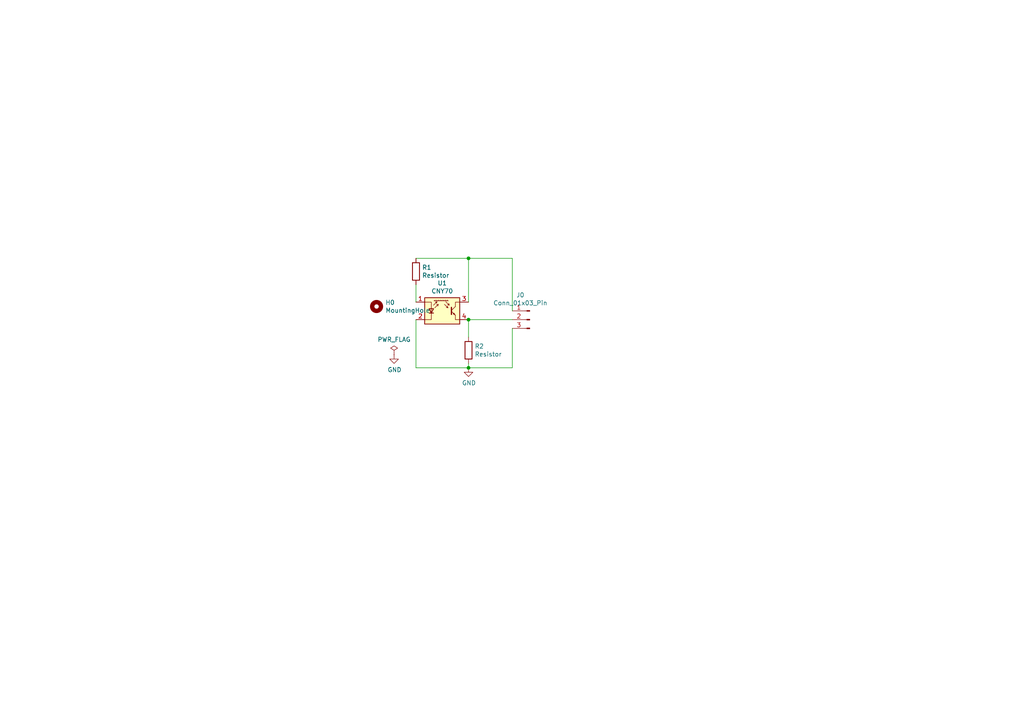
<source format=kicad_sch>
(kicad_sch (version 20230121) (generator eeschema)
  (paper "A4")
  (lib_symbols
    (symbol "Connector:Conn_01x03_Pin" (pin_names (offset 1.016) hide)
      (property "Reference" "J" (at 0 5.08 0))
      (property "Value" "Conn_01x03_Pin" (at 0 -5.08 0))
      (symbol "Conn_01x03_Pin_1_1"
        (polyline (pts (xy 1.27 -2.54) (xy 0.8636 -2.54)) (stroke (width 0.1524)))
        (polyline (pts (xy 1.27 0) (xy 0.8636 0)) (stroke (width 0.1524)))
        (polyline (pts (xy 1.27 2.54) (xy 0.8636 2.54)) (stroke (width 0.1524)))
        (rectangle (start 0.8636 -2.413) (end 0 -2.667) (stroke (width 0.1524)) (fill (type outline)))
        (rectangle (start 0.8636 0.127) (end 0 -0.127) (stroke (width 0.1524)) (fill (type outline)))
        (rectangle (start 0.8636 2.667) (end 0 2.413) (stroke (width 0.1524)) (fill (type outline)))
        (pin passive line (at 5.08 2.54 180) (length 3.81) (name "Pin_1") (number "1"))
        (pin passive line (at 5.08 0 180) (length 3.81) (name "Pin_2") (number "2"))
        (pin passive line (at 5.08 -2.54 180) (length 3.81) (name "Pin_3") (number "3"))
      )
    )
    (symbol "Device:R" (pin_numbers hide) (pin_names (offset 0))
      (property "Reference" "R" (at 2.032 0 90))
      (property "Value" "R" (at 0 0 90))
      (symbol "R_0_1"
        (rectangle (start -1.016 -2.54) (end 1.016 2.54) (stroke (width 0.254)))
      )
      (symbol "R_1_1"
        (pin passive line (at 0 3.81 270) (length 1.27) (name "~") (number "1"))
        (pin passive line (at 0 -3.81 90) (length 1.27) (name "~") (number "2"))
      )
    )
    (symbol "Mechanical:MountingHole" (pin_names (offset 1.016))
      (property "Reference" "H" (at 0 5.08 0))
      (property "Value" "MountingHole" (at 0 3.175 0))
      (symbol "MountingHole_0_1"
        (circle (center 0 0) (radius 1.27) (stroke (width 1.27)))
      )
    )
    (symbol "Sensor_Proximity:CNY70" (pin_names (offset 1.016) hide)
      (property "Reference" "U" (at -5.08 5.08 0))
      (property "Value" "CNY70" (at 5.08 5.08 0))
      (symbol "CNY70_0_1"
        (polyline (pts (xy -3.81 -0.635) (xy -2.54 -0.635)) (stroke (width 0.254)))
        (polyline (pts (xy -2.286 2.921) (xy -2.032 3.175)))
        (polyline (pts (xy -1.778 2.921) (xy -1.524 3.175)))
        (polyline (pts (xy -1.524 2.667) (xy -1.651 2.159)))
        (polyline (pts (xy -1.27 2.921) (xy -1.016 3.175)))
        (polyline (pts (xy -1.143 1.905) (xy -1.27 1.397)))
        (polyline (pts (xy -0.762 2.921) (xy -0.508 3.175)))
        (polyline (pts (xy -0.254 2.921) (xy 0 3.175)))
        (polyline (pts (xy 0.254 2.921) (xy 0.508 3.175)))
        (polyline (pts (xy 0.762 2.921) (xy 1.016 3.175)))
        (polyline (pts (xy 1.27 2.921) (xy 1.524 3.175)))
        (polyline (pts (xy 1.651 0.889) (xy 1.143 1.016)))
        (polyline (pts (xy 1.778 2.921) (xy -2.413 2.921)))
        (polyline (pts (xy 2.032 1.651) (xy 1.524 1.778)))
        (polyline (pts (xy 2.667 -0.127) (xy 3.81 -1.27)))
        (polyline (pts (xy 2.667 0.127) (xy 3.81 1.27)))
        (polyline (pts (xy -2.54 1.651) (xy -1.524 2.667) (xy -2.032 2.54)))
        (polyline (pts (xy -2.159 0.889) (xy -1.143 1.905) (xy -1.651 1.778)))
        (polyline (pts (xy 0.635 1.905) (xy 1.651 0.889) (xy 1.524 1.397)))
        (polyline (pts (xy 1.016 2.667) (xy 2.032 1.651) (xy 1.905 2.159)))
        (polyline (pts (xy 2.667 1.016) (xy 2.667 -1.016) (xy 2.667 -1.016)) (stroke (width 0.3556)))
        (polyline (pts (xy 3.81 -1.27) (xy 3.81 -2.54) (xy 5.08 -2.54)))
        (polyline (pts (xy 3.81 1.27) (xy 3.81 2.54) (xy 5.08 2.54)))
        (polyline (pts (xy -5.08 -2.54) (xy -3.175 -2.54) (xy -3.175 2.54) (xy -5.08 2.54)))
        (polyline (pts (xy -3.175 -0.635) (xy -3.81 0.635) (xy -2.54 0.635) (xy -3.175 -0.635)) (stroke (width 0.254)))
        (polyline (pts (xy 3.683 -1.143) (xy 3.429 -0.635) (xy 3.175 -0.889) (xy 3.683 -1.143)))
        (polyline (pts (xy -5.08 -3.81) (xy 5.08 -3.81) (xy 5.08 3.81) (xy -5.08 3.81) (xy -5.08 -3.81)) (stroke (width 0.254)) (fill (type background)))
      )
      (symbol "CNY70_1_1"
        (pin passive line (at -7.62 2.54 0) (length 2.54) (name "A") (number "1"))
        (pin passive line (at -7.62 -2.54 0) (length 2.54) (name "K") (number "2"))
        (pin open_collector line (at 7.62 2.54 180) (length 2.54) (name "C") (number "3"))
        (pin open_emitter line (at 7.62 -2.54 180) (length 2.54) (name "E") (number "4"))
      )
    )
    (symbol "power:GND" (power) (pin_names (offset 0))
      (property "Value" "GND" (at 0 -3.81 0))
      (symbol "GND_0_1"
        (polyline (pts (xy 0 0) (xy 0 -1.27) (xy 1.27 -1.27) (xy 0 -2.54) (xy -1.27 -1.27) (xy 0 -1.27)))
      )
      (symbol "GND_1_1"
        (pin power_in line (at 0 0 270) (length 0) hide (name "GND") (number "1"))
      )
    )
    (symbol "power:PWR_FLAG" (power) (pin_numbers hide) (pin_names (offset 0) hide)
      (property "Value" "PWR_FLAG" (at 0 3.81 0))
      (symbol "PWR_FLAG_0_0"
        (pin power_out line (at 0 0 90) (length 0) (name "pwr") (number "1"))
      )
      (symbol "PWR_FLAG_0_1"
        (polyline (pts (xy 0 0) (xy 0 1.27) (xy -1.016 1.905) (xy 0 2.54) (xy 1.016 1.905) (xy 0 1.27)))
      )
    )
  )
  (junction (at 135.89 106.68))
  (junction (at 135.89 74.93))
  (junction (at 135.89 92.71))
  (wire (pts (xy 135.89 74.93) (xy 148.59 74.93)))
  (wire (pts (xy 135.89 74.93) (xy 135.89 87.63)))
  (wire (pts (xy 120.65 92.71) (xy 120.65 106.68)))
  (wire (pts (xy 135.89 92.71) (xy 135.89 97.79)))
  (wire (pts (xy 135.89 92.71) (xy 148.59 92.71)))
  (wire (pts (xy 120.65 82.55) (xy 120.65 87.63)))
  (wire (pts (xy 135.89 106.68) (xy 148.59 106.68)))
  (wire (pts (xy 135.89 106.68) (xy 135.89 105.41)))
  (wire (pts (xy 148.59 106.68) (xy 148.59 95.25)))
  (wire (pts (xy 120.65 106.68) (xy 135.89 106.68)))
  (wire (pts (xy 148.59 90.17) (xy 148.59 74.93)))
  (wire (pts (xy 120.65 74.93) (xy 135.89 74.93)))
  (symbol (lib_id "Sensor_Proximity:CNY70") (at 128.27 90.17 0) (unit 1)
    (property "Reference" "U1" (at 128.27 82.1182 0))
    (property "Value" "CNY70" (at 128.27 84.4296 0))
    (property "Footprint" "OptoDevice:Vishay_CNY70" (effects hide))
  )
  (symbol (lib_id "Device:R") (at 120.65 78.74 0) (unit 1)
    (property "Reference" "R1" (at 122.428 77.5716 0) (effects (justify left)))
    (property "Value" "Resistor" (at 122.428 79.883 0) (effects (justify left)))
    (property "Footprint" "Resistor_THT:R_Axial_DIN0204_L3.6mm_D1.6mm_P7.62mm_Horizontal" (effects hide))
  )
  (symbol (lib_id "Device:R") (at 135.89 101.6 0) (unit 1)
    (property "Reference" "R2" (at 137.668 100.4316 0) (effects (justify left)))
    (property "Value" "Resistor" (at 137.668 102.743 0) (effects (justify left)))
    (property "Footprint" "Resistor_THT:R_Axial_DIN0204_L3.6mm_D1.6mm_P7.62mm_Horizontal" (effects hide))
  )
  (symbol (lib_id "Mechanical:MountingHole") (at 109.22 88.9 0) (unit 1)
    (property "Reference" "H0" (at 111.76 87.7316 0) (effects (justify left)))
    (property "Value" "MountingHole" (at 111.76 90.043 0) (effects (justify left)))
    (property "Footprint" "MountingHole:MountingHole_3.5mm_Pad_TopBottom" (effects hide))
  )
  (symbol (lib_id "power:GND") (at 135.89 106.68 0) (unit 1)
    (property "Reference" "#PWR0101" (effects hide))
    (property "Value" "GND" (at 136.017 111.0742 0))
  )
  (symbol (lib_id "power:GND") (at 114.3 102.87 0) (unit 1)
    (property "Reference" "#PWR0102" (effects hide))
    (property "Value" "GND" (at 114.427 107.2642 0))
  )
  (symbol (lib_id "power:PWR_FLAG") (at 114.3 102.87 0) (unit 1)
    (property "Reference" "#FLG0101" (effects hide))
    (property "Value" "PWR_FLAG" (at 114.3 98.4758 0))
  )
  (symbol (lib_id "Connector:Conn_01x03_Pin") (at 153.67 92.71 0) (mirror y) (unit 1)
    (property "Reference" "J0" (at 150.9268 85.5726 0))
    (property "Value" "Conn_01x03_Pin" (at 150.9268 87.884 0))
    (property "Footprint" "Connector_PinHeader_2.54mm:PinHeader_1x03_P2.54mm_Vertical" (effects hide))
  )
)
</source>
